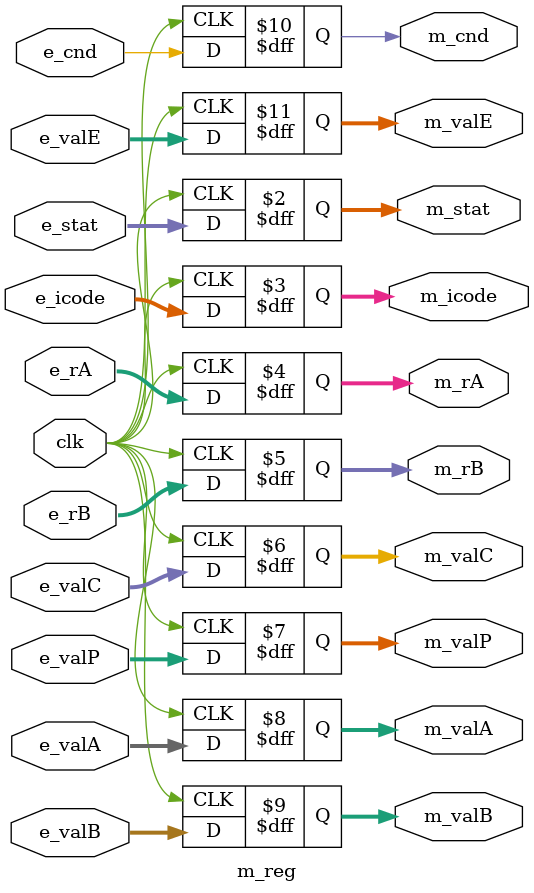
<source format=v>
module m_reg(
  clk,
  e_stat,e_icode,e_rA,e_rB,e_valC,e_valP,e_valA,e_valB,e_cnd,e_valE,
  m_stat,m_icode,m_rA,m_rB,m_valC,m_valP,m_valA,m_valB,m_cnd,m_valE
);  
  input clk;
  
  input [2:0]  e_stat;
  input [3:0]  e_icode;
  input [3:0]  e_rA;
  input [3:0]  e_rB;
  input [63:0] e_valC;
  input [63:0] e_valP;
  input [63:0] e_valA;
  input [63:0] e_valB;
  input        e_cnd;
  input [63:0] e_valE;

  output reg [2:0]  m_stat;
  output reg [3:0]  m_icode;
  output reg [3:0]  m_rA;
  output reg [3:0]  m_rB;
  output reg [63:0] m_valC;
  output reg [63:0] m_valP;
  output reg [63:0] m_valA;
  output reg [63:0] m_valB;
  output reg        m_cnd;
  output reg [63:0] m_valE;

  always@(posedge clk)
  begin
    m_stat   <=   e_stat;
    m_icode  <=   e_icode;
    m_rA     <=   e_rA;
    m_rB     <=   e_rB;
    m_valC   <=   e_valC;
    m_valP   <=   e_valP;
    m_valA   <=   e_valA;
    m_valB   <=   e_valB;
    m_cnd    <=   e_cnd;
    m_valE   <=   e_valE;
  end
endmodule
</source>
